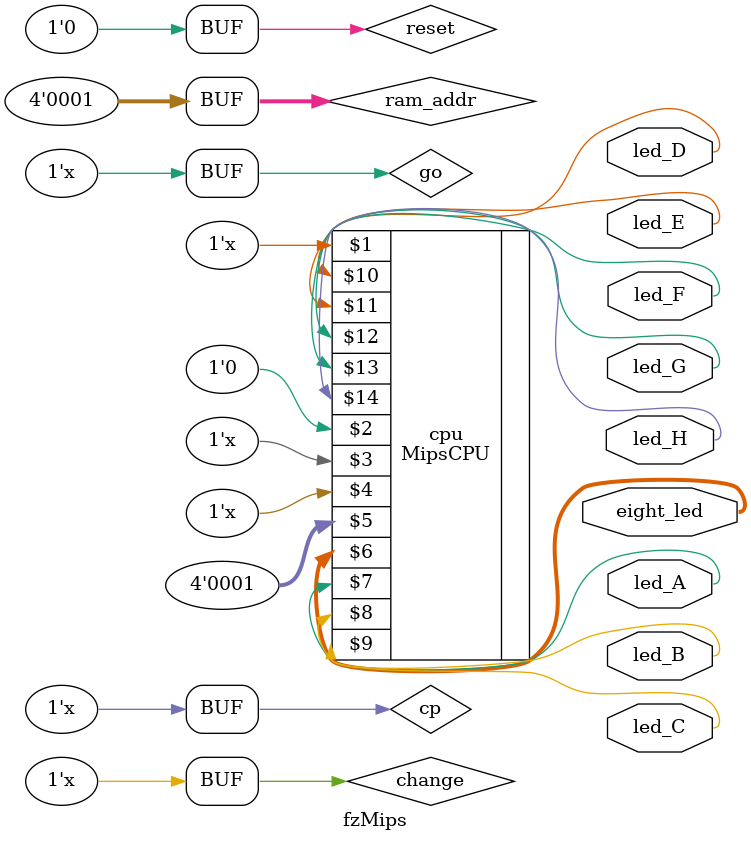
<source format=v>
module fzMips(
    output wire [7:0] eight_led,
    output wire led_A,
    output wire led_B,
    output wire led_C,
    output wire led_D,
    output wire led_E,
    output wire led_F,
    output wire led_G,
    output wire led_H
    );
    reg cp,reset,go,change;
    reg [3:0] ram_addr;
    initial begin
        cp<=0;
        reset<=0;
        go<=0;
        change<=0;
        ram_addr<=1;
     end
    always@(*)begin
        #1 cp<=~cp;
        #1 change<=~change;
        #1 go<=~go;
    end
    MipsCPU cpu(cp,reset,go,change,ram_addr,eight_led,led_A,led_B,led_C,led_D,led_E,led_F,led_G,led_H);
endmodule

</source>
